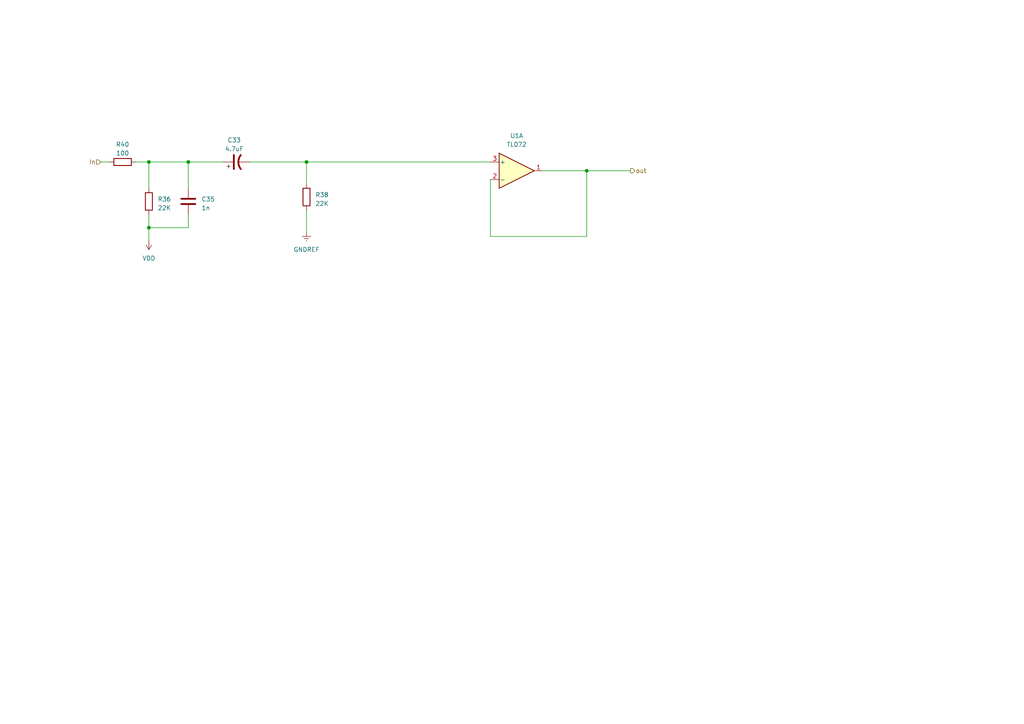
<source format=kicad_sch>
(kicad_sch (version 20230121) (generator eeschema)
  (paper "A4")
  (lib_symbols
    (symbol "Amplifier_Operational:TL072" (pin_names (offset 0.127))
      (property "Reference" "U" (at 0 5.08 0))
      (property "Value" "TL072" (at 0 -5.08 0))
      (symbol "TL072_1_1"
        (polyline (pts (xy -5.08 5.08) (xy 5.08 0) (xy -5.08 -5.08) (xy -5.08 5.08)) (stroke (width 0.254)) (fill (type background)))
        (pin output line (at 7.62 0 180) (length 2.54) (name "~") (number "1"))
        (pin input line (at -7.62 -2.54 0) (length 2.54) (name "-") (number "2"))
        (pin input line (at -7.62 2.54 0) (length 2.54) (name "+") (number "3"))
      )
      (symbol "TL072_2_1"
        (polyline (pts (xy -5.08 5.08) (xy 5.08 0) (xy -5.08 -5.08) (xy -5.08 5.08)) (stroke (width 0.254)) (fill (type background)))
        (pin input line (at -7.62 2.54 0) (length 2.54) (name "+") (number "5"))
        (pin input line (at -7.62 -2.54 0) (length 2.54) (name "-") (number "6"))
        (pin output line (at 7.62 0 180) (length 2.54) (name "~") (number "7"))
      )
      (symbol "TL072_3_1"
        (pin power_in line (at -2.54 -7.62 90) (length 3.81) (name "V-") (number "4"))
        (pin power_in line (at -2.54 7.62 270) (length 3.81) (name "V+") (number "8"))
      )
    )
    (symbol "Device:C" (pin_numbers hide) (pin_names (offset 0.254))
      (property "Reference" "C" (at 0.635 2.54 0))
      (property "Value" "C" (at 0.635 -2.54 0))
      (symbol "C_0_1"
        (polyline (pts (xy -2.032 -0.762) (xy 2.032 -0.762)) (stroke (width 0.508)))
        (polyline (pts (xy -2.032 0.762) (xy 2.032 0.762)) (stroke (width 0.508)))
      )
      (symbol "C_1_1"
        (pin passive line (at 0 3.81 270) (length 2.794) (name "~") (number "1"))
        (pin passive line (at 0 -3.81 90) (length 2.794) (name "~") (number "2"))
      )
    )
    (symbol "Device:C_Polarized_US" (pin_numbers hide) (pin_names (offset 0.254) hide)
      (property "Reference" "C" (at 0.635 2.54 0))
      (property "Value" "C_Polarized_US" (at 0.635 -2.54 0))
      (symbol "C_Polarized_US_0_1"
        (polyline (pts (xy -2.032 0.762) (xy 2.032 0.762)) (stroke (width 0.508)))
        (polyline (pts (xy -1.778 2.286) (xy -0.762 2.286)))
        (polyline (pts (xy -1.27 1.778) (xy -1.27 2.794)))
        (arc (start 2.032 -1.27) (mid 0 -0.5572) (end -2.032 -1.27) (stroke (width 0.508)))
      )
      (symbol "C_Polarized_US_1_1"
        (pin passive line (at 0 3.81 270) (length 2.794) (name "~") (number "1"))
        (pin passive line (at 0 -3.81 90) (length 3.302) (name "~") (number "2"))
      )
    )
    (symbol "Device:R" (pin_numbers hide) (pin_names (offset 0))
      (property "Reference" "R" (at 2.032 0 90))
      (property "Value" "R" (at 0 0 90))
      (symbol "R_0_1"
        (rectangle (start -1.016 -2.54) (end 1.016 2.54) (stroke (width 0.254)))
      )
      (symbol "R_1_1"
        (pin passive line (at 0 3.81 270) (length 1.27) (name "~") (number "1"))
        (pin passive line (at 0 -3.81 90) (length 1.27) (name "~") (number "2"))
      )
    )
    (symbol "power:GNDREF" (power) (pin_names (offset 0))
      (property "Value" "GNDREF" (at 0 -3.81 0))
      (symbol "GNDREF_0_1"
        (polyline (pts (xy -0.635 -1.905) (xy 0.635 -1.905)))
        (polyline (pts (xy -0.127 -2.54) (xy 0.127 -2.54)))
        (polyline (pts (xy 0 -1.27) (xy 0 0)))
        (polyline (pts (xy 1.27 -1.27) (xy -1.27 -1.27)))
      )
      (symbol "GNDREF_1_1"
        (pin power_in line (at 0 0 270) (length 0) hide (name "GNDREF") (number "1"))
      )
    )
    (symbol "power:VDD" (power) (pin_names (offset 0))
      (property "Value" "VDD" (at 0 3.81 0))
      (symbol "VDD_0_1"
        (polyline (pts (xy -0.762 1.27) (xy 0 2.54)))
        (polyline (pts (xy 0 0) (xy 0 2.54)))
        (polyline (pts (xy 0 2.54) (xy 0.762 1.27)))
      )
      (symbol "VDD_1_1"
        (pin power_in line (at 0 0 90) (length 0) hide (name "VDD") (number "1"))
      )
    )
  )
  (junction (at 43.18 46.99))
  (junction (at 43.18 66.04))
  (junction (at 170.18 49.53))
  (junction (at 88.9 46.99))
  (junction (at 54.61 46.99))
  (wire (pts (xy 43.18 69.85) (xy 43.18 66.04)))
  (wire (pts (xy 54.61 54.61) (xy 54.61 46.99)))
  (wire (pts (xy 54.61 62.23) (xy 54.61 66.04)))
  (wire (pts (xy 72.39 46.99) (xy 88.9 46.99)))
  (wire (pts (xy 43.18 46.99) (xy 43.18 54.61)))
  (wire (pts (xy 88.9 60.96) (xy 88.9 67.31)))
  (wire (pts (xy 88.9 46.99) (xy 142.24 46.99)))
  (wire (pts (xy 142.24 68.58) (xy 170.18 68.58)))
  (wire (pts (xy 142.24 52.07) (xy 142.24 68.58)))
  (wire (pts (xy 157.48 49.53) (xy 170.18 49.53)))
  (wire (pts (xy 29.21 46.99) (xy 31.75 46.99)))
  (wire (pts (xy 43.18 66.04) (xy 54.61 66.04)))
  (wire (pts (xy 88.9 46.99) (xy 88.9 53.34)))
  (wire (pts (xy 170.18 68.58) (xy 170.18 49.53)))
  (wire (pts (xy 170.18 49.53) (xy 182.88 49.53)))
  (wire (pts (xy 54.61 46.99) (xy 64.77 46.99)))
  (wire (pts (xy 43.18 46.99) (xy 54.61 46.99)))
  (wire (pts (xy 43.18 66.04) (xy 43.18 62.23)))
  (wire (pts (xy 39.37 46.99) (xy 43.18 46.99)))
  (hierarchical_label "In" (shape input) (at 29.21 46.99 180))
  (hierarchical_label "out" (shape output) (at 182.88 49.53 0))
  (symbol (lib_id "Amplifier_Operational:TL072") (at 149.86 49.53 0) (unit 1)
    (property "Reference" "U1" (at 149.86 39.37 0))
    (property "Value" "TL072" (at 149.86 41.91 0))
    (property "Footprint" "Package_DIP:DIP-8_W7.62mm_Socket" (effects hide))
    (property "Datasheet" "http://www.ti.com/lit/ds/symlink/tl071.pdf" (effects hide))
    (instances (project "crossover" (path "" (reference "U1") (unit 1)) (path "" (reference "U1") (unit 2))))
  )
  (symbol (lib_id "Device:R") (at 88.9 57.15 0) (unit 1)
    (property "Reference" "R38" (at 91.44 56.515 0) (effects (justify left)))
    (property "Value" "22K" (at 91.44 59.055 0) (effects (justify left)))
    (instances (project "crossover" (path "" (reference "R38") (unit 1)) (path "" (reference "R39") (unit 1))))
  )
  (symbol (lib_id "Device:R") (at 43.18 58.42 0) (unit 1)
    (property "Reference" "R36" (at 45.72 57.785 0) (effects (justify left)))
    (property "Value" "22K" (at 45.72 60.325 0) (effects (justify left)))
    (instances (project "crossover" (path "" (reference "R36") (unit 1)) (path "" (reference "R37") (unit 1))))
  )
  (symbol (lib_id "power:VDD") (at 43.18 69.85 180) (unit 1)
    (property "Reference" "#PWR031" (effects hide))
    (property "Value" "VDD" (at 43.18 74.93 0))
    (instances (project "crossover" (path "" (reference "#PWR031") (unit 1)) (path "" (reference "#PWR032") (unit 1))))
  )
  (symbol (lib_id "Device:C_Polarized_US") (at 68.58 46.99 90) (unit 1)
    (property "Reference" "C33" (at 67.945 40.64 90))
    (property "Value" "4.7uF" (at 67.945 43.18 90))
    (instances (project "crossover" (path "" (reference "C33") (unit 1)) (path "" (reference "C34") (unit 1))))
  )
  (symbol (lib_id "Device:C") (at 54.61 58.42 0) (unit 1)
    (property "Reference" "C35" (at 58.42 57.785 0) (effects (justify left)))
    (property "Value" "1n" (at 58.42 60.325 0) (effects (justify left)))
    (instances (project "crossover" (path "" (reference "C35") (unit 1)) (path "" (reference "C36") (unit 1))))
  )
  (symbol (lib_id "Device:R") (at 35.56 46.99 90) (unit 1)
    (property "Reference" "R40" (at 35.56 41.91 90))
    (property "Value" "100" (at 35.56 44.45 90))
    (instances (project "crossover" (path "" (reference "R40") (unit 1)) (path "" (reference "R41") (unit 1))))
  )
  (symbol (lib_id "power:GNDREF") (at 88.9 67.31 0) (unit 1)
    (property "Reference" "#PWR033" (effects hide))
    (property "Value" "GNDREF" (at 88.9 72.39 0))
    (instances (project "crossover" (path "" (reference "#PWR033") (unit 1)) (path "" (reference "#PWR034") (unit 1))))
  )
)
</source>
